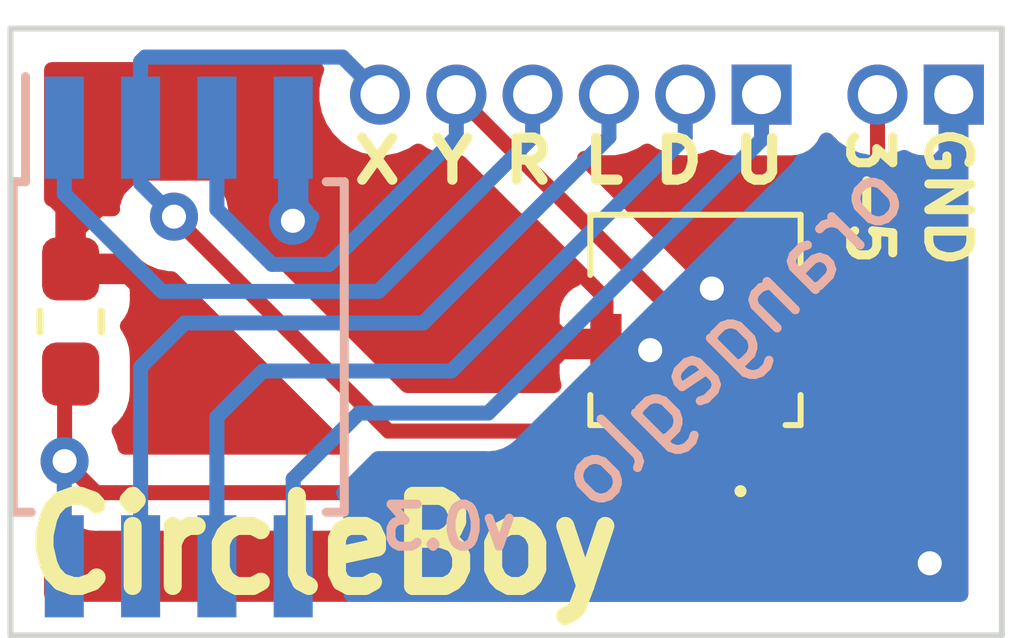
<source format=kicad_pcb>
(kicad_pcb (version 20171130) (host pcbnew "(5.1.5-0-10_14)")

  (general
    (thickness 1.6)
    (drawings 11)
    (tracks 80)
    (zones 0)
    (modules 5)
    (nets 9)
  )

  (page A4)
  (layers
    (0 F.Cu signal)
    (31 B.Cu signal)
    (32 B.Adhes user)
    (33 F.Adhes user)
    (34 B.Paste user)
    (35 F.Paste user)
    (36 B.SilkS user)
    (37 F.SilkS user)
    (38 B.Mask user)
    (39 F.Mask user)
    (40 Dwgs.User user hide)
    (41 Cmts.User user hide)
    (42 Eco1.User user hide)
    (43 Eco2.User user hide)
    (44 Edge.Cuts user)
    (45 Margin user hide)
    (46 B.CrtYd user hide)
    (47 F.CrtYd user hide)
    (48 B.Fab user hide)
    (49 F.Fab user hide)
  )

  (setup
    (last_trace_width 0.25)
    (trace_clearance 0.2)
    (zone_clearance 0.508)
    (zone_45_only no)
    (trace_min 0.2)
    (via_size 0.8)
    (via_drill 0.4)
    (via_min_size 0.4)
    (via_min_drill 0.3)
    (uvia_size 0.3)
    (uvia_drill 0.1)
    (uvias_allowed no)
    (uvia_min_size 0.2)
    (uvia_min_drill 0.1)
    (edge_width 0.05)
    (segment_width 0.2)
    (pcb_text_width 0.3)
    (pcb_text_size 1.5 1.5)
    (mod_edge_width 0.12)
    (mod_text_size 1 1)
    (mod_text_width 0.15)
    (pad_size 1.524 1.524)
    (pad_drill 0.762)
    (pad_to_mask_clearance 0.051)
    (solder_mask_min_width 0.25)
    (aux_axis_origin 0 0)
    (visible_elements FFFFFF7F)
    (pcbplotparams
      (layerselection 0x010fc_ffffffff)
      (usegerberextensions false)
      (usegerberattributes false)
      (usegerberadvancedattributes false)
      (creategerberjobfile false)
      (excludeedgelayer true)
      (linewidth 0.100000)
      (plotframeref false)
      (viasonmask false)
      (mode 1)
      (useauxorigin false)
      (hpglpennumber 1)
      (hpglpenspeed 20)
      (hpglpendiameter 15.000000)
      (psnegative false)
      (psa4output false)
      (plotreference true)
      (plotvalue true)
      (plotinvisibletext false)
      (padsonsilk false)
      (subtractmaskfromsilk false)
      (outputformat 1)
      (mirror false)
      (drillshape 1)
      (scaleselection 1)
      (outputdirectory ""))
  )

  (net 0 "")
  (net 1 VCC)
  (net 2 GND)
  (net 3 "Net-(J2-Pad1)")
  (net 4 "Net-(J2-Pad2)")
  (net 5 "Net-(J2-Pad3)")
  (net 6 "Net-(J2-Pad4)")
  (net 7 "Net-(J2-Pad5)")
  (net 8 "Net-(J2-Pad6)")

  (net_class Default "This is the default net class."
    (clearance 0.2)
    (trace_width 0.25)
    (via_dia 0.8)
    (via_drill 0.4)
    (uvia_dia 0.3)
    (uvia_drill 0.1)
    (add_net GND)
    (add_net "Net-(J2-Pad1)")
    (add_net "Net-(J2-Pad2)")
    (add_net "Net-(J2-Pad3)")
    (add_net "Net-(J2-Pad4)")
    (add_net "Net-(J2-Pad5)")
    (add_net "Net-(J2-Pad6)")
    (add_net VCC)
  )

  (module Connector_PinHeader_1.27mm:PinHeader_1x02_P1.27mm_Vertical (layer F.Cu) (tedit 5EF2AE5D) (tstamp 5EF30471)
    (at 142.3 58.1 270)
    (descr "Through hole straight pin header, 1x02, 1.27mm pitch, single row")
    (tags "Through hole pin header THT 1x02 1.27mm single row")
    (path /5E26CBAB)
    (fp_text reference J1 (at 0 -1.695 90) (layer F.SilkS) hide
      (effects (font (size 1 1) (thickness 0.15)))
    )
    (fp_text value power (at 0 2.965 90) (layer F.Fab)
      (effects (font (size 1 1) (thickness 0.15)))
    )
    (fp_text user %R (at 0 0.635 180) (layer F.Fab)
      (effects (font (size 1 1) (thickness 0.15)))
    )
    (fp_line (start 1.55 -1.15) (end -1.55 -1.15) (layer F.CrtYd) (width 0.05))
    (fp_line (start 1.55 2.45) (end 1.55 -1.15) (layer F.CrtYd) (width 0.05))
    (fp_line (start -1.55 2.45) (end 1.55 2.45) (layer F.CrtYd) (width 0.05))
    (fp_line (start -1.55 -1.15) (end -1.55 2.45) (layer F.CrtYd) (width 0.05))
    (fp_line (start -1.05 -0.11) (end -0.525 -0.635) (layer F.Fab) (width 0.1))
    (fp_line (start -1.05 1.905) (end -1.05 -0.11) (layer F.Fab) (width 0.1))
    (fp_line (start 1.05 1.905) (end -1.05 1.905) (layer F.Fab) (width 0.1))
    (fp_line (start 1.05 -0.635) (end 1.05 1.905) (layer F.Fab) (width 0.1))
    (fp_line (start -0.525 -0.635) (end 1.05 -0.635) (layer F.Fab) (width 0.1))
    (pad 2 thru_hole oval (at 0 1.27 270) (size 1 1) (drill 0.65) (layers *.Cu *.Mask)
      (net 1 VCC))
    (pad 1 thru_hole rect (at 0 0) (size 1 1) (drill 0.65) (layers *.Cu *.Mask)
      (net 2 GND))
  )

  (module Connector_PinHeader_1.27mm:PinHeader_1x06_P1.27mm_Vertical (layer F.Cu) (tedit 5EF2AE44) (tstamp 5EF3048D)
    (at 139.1 58.1 270)
    (descr "Through hole straight pin header, 1x06, 1.27mm pitch, single row")
    (tags "Through hole pin header THT 1x06 1.27mm single row")
    (path /5E289833)
    (fp_text reference J2 (at 0 -1.695 270) (layer F.SilkS) hide
      (effects (font (size 1 1) (thickness 0.15)))
    )
    (fp_text value pins (at 0 8.045 270) (layer F.Fab)
      (effects (font (size 1 1) (thickness 0.15)))
    )
    (fp_text user %R (at 0 3.175) (layer F.Fab)
      (effects (font (size 1 1) (thickness 0.15)))
    )
    (fp_line (start 1.55 -1.15) (end -1.55 -1.15) (layer F.CrtYd) (width 0.05))
    (fp_line (start 1.55 7.5) (end 1.55 -1.15) (layer F.CrtYd) (width 0.05))
    (fp_line (start -1.55 7.5) (end 1.55 7.5) (layer F.CrtYd) (width 0.05))
    (fp_line (start -1.55 -1.15) (end -1.55 7.5) (layer F.CrtYd) (width 0.05))
    (fp_line (start -1.05 -0.11) (end -0.525 -0.635) (layer F.Fab) (width 0.1))
    (fp_line (start -1.05 6.985) (end -1.05 -0.11) (layer F.Fab) (width 0.1))
    (fp_line (start 1.05 6.985) (end -1.05 6.985) (layer F.Fab) (width 0.1))
    (fp_line (start 1.05 -0.635) (end 1.05 6.985) (layer F.Fab) (width 0.1))
    (fp_line (start -0.525 -0.635) (end 1.05 -0.635) (layer F.Fab) (width 0.1))
    (pad 6 thru_hole oval (at 0 6.35 270) (size 1 1) (drill 0.65) (layers *.Cu *.Mask)
      (net 8 "Net-(J2-Pad6)"))
    (pad 5 thru_hole oval (at 0 5.08 270) (size 1 1) (drill 0.65) (layers *.Cu *.Mask)
      (net 7 "Net-(J2-Pad5)"))
    (pad 4 thru_hole oval (at 0 3.81 270) (size 1 1) (drill 0.65) (layers *.Cu *.Mask)
      (net 6 "Net-(J2-Pad4)"))
    (pad 3 thru_hole oval (at 0 2.54 270) (size 1 1) (drill 0.65) (layers *.Cu *.Mask)
      (net 5 "Net-(J2-Pad3)"))
    (pad 2 thru_hole oval (at 0 1.27 270) (size 1 1) (drill 0.65) (layers *.Cu *.Mask)
      (net 4 "Net-(J2-Pad2)"))
    (pad 1 thru_hole rect (at 0 0 270) (size 1 1) (drill 0.65) (layers *.Cu *.Mask)
      (net 3 "Net-(J2-Pad1)"))
  )

  (module Capacitor_SMD:C_0603_1608Metric_Pad1.05x0.95mm_HandSolder (layer F.Cu) (tedit 5B301BBE) (tstamp 5EF30459)
    (at 127.6 61.875 90)
    (descr "Capacitor SMD 0603 (1608 Metric), square (rectangular) end terminal, IPC_7351 nominal with elongated pad for handsoldering. (Body size source: http://www.tortai-tech.com/upload/download/2011102023233369053.pdf), generated with kicad-footprint-generator")
    (tags "capacitor handsolder")
    (path /5E266C82)
    (attr smd)
    (fp_text reference C1 (at 0 -1.43 90) (layer F.SilkS) hide
      (effects (font (size 1 1) (thickness 0.15)))
    )
    (fp_text value "0.1 uF" (at 0 1.43 90) (layer F.Fab)
      (effects (font (size 1 1) (thickness 0.15)))
    )
    (fp_text user %R (at 0 0 90) (layer F.Fab)
      (effects (font (size 0.4 0.4) (thickness 0.06)))
    )
    (fp_line (start 1.65 0.73) (end -1.65 0.73) (layer F.CrtYd) (width 0.05))
    (fp_line (start 1.65 -0.73) (end 1.65 0.73) (layer F.CrtYd) (width 0.05))
    (fp_line (start -1.65 -0.73) (end 1.65 -0.73) (layer F.CrtYd) (width 0.05))
    (fp_line (start -1.65 0.73) (end -1.65 -0.73) (layer F.CrtYd) (width 0.05))
    (fp_line (start -0.171267 0.51) (end 0.171267 0.51) (layer F.SilkS) (width 0.12))
    (fp_line (start -0.171267 -0.51) (end 0.171267 -0.51) (layer F.SilkS) (width 0.12))
    (fp_line (start 0.8 0.4) (end -0.8 0.4) (layer F.Fab) (width 0.1))
    (fp_line (start 0.8 -0.4) (end 0.8 0.4) (layer F.Fab) (width 0.1))
    (fp_line (start -0.8 -0.4) (end 0.8 -0.4) (layer F.Fab) (width 0.1))
    (fp_line (start -0.8 0.4) (end -0.8 -0.4) (layer F.Fab) (width 0.1))
    (pad 2 smd roundrect (at 0.875 0 90) (size 1.05 0.95) (layers F.Cu F.Paste F.Mask) (roundrect_rratio 0.25)
      (net 2 GND))
    (pad 1 smd roundrect (at -0.875 0 90) (size 1.05 0.95) (layers F.Cu F.Paste F.Mask) (roundrect_rratio 0.25)
      (net 1 VCC))
    (model ${KISYS3DMOD}/Capacitor_SMD.3dshapes/C_0603_1608Metric.wrl
      (at (xyz 0 0 0))
      (scale (xyz 1 1 1))
      (rotate (xyz 0 0 0))
    )
  )

  (module FPC4-59453-041110EDHLF:59453041110EDHLF (layer F.Cu) (tedit 5E35FAD9) (tstamp 5EF304AA)
    (at 138 63.6 180)
    (descr 59453-041110EDHLF-2)
    (tags Connector)
    (path /5E3702BC)
    (attr smd)
    (fp_text reference J3 (at 0 1.175) (layer F.SilkS) hide
      (effects (font (size 1.27 1.27) (thickness 0.254)))
    )
    (fp_text value 59453-041110EDHLF (at 0 1.175) (layer F.SilkS) hide
      (effects (font (size 1.27 1.27) (thickness 0.254)))
    )
    (fp_arc (start -0.75 -1.1) (end -0.7 -1.1) (angle 180) (layer F.SilkS) (width 0.1))
    (fp_arc (start -0.75 -1.1) (end -0.8 -1.1) (angle 180) (layer F.SilkS) (width 0.1))
    (fp_line (start -0.7 -1.1) (end -0.7 -1.1) (layer F.SilkS) (width 0.1))
    (fp_line (start -0.8 -1.1) (end -0.8 -1.1) (layer F.SilkS) (width 0.1))
    (fp_line (start 1.75 0) (end 1.75 0.5) (layer F.SilkS) (width 0.1))
    (fp_line (start 1.49 0) (end 1.75 0) (layer F.SilkS) (width 0.1))
    (fp_line (start -1.75 0) (end -1.75 0.5) (layer F.SilkS) (width 0.1))
    (fp_line (start -1.5 0) (end -1.75 0) (layer F.SilkS) (width 0.1))
    (fp_line (start 1.75 3.5) (end 1.75 2.5) (layer F.SilkS) (width 0.1))
    (fp_line (start -1.75 3.5) (end 1.75 3.5) (layer F.SilkS) (width 0.1))
    (fp_line (start -1.75 2.5) (end -1.75 3.5) (layer F.SilkS) (width 0.1))
    (fp_line (start -2.75 4.5) (end -2.75 -2.15) (layer Dwgs.User) (width 0.1))
    (fp_line (start 2.75 4.5) (end -2.75 4.5) (layer Dwgs.User) (width 0.1))
    (fp_line (start 2.75 -2.15) (end 2.75 4.5) (layer Dwgs.User) (width 0.1))
    (fp_line (start -2.75 -2.15) (end 2.75 -2.15) (layer Dwgs.User) (width 0.1))
    (fp_line (start -1.75 3.5) (end -1.75 0) (layer Dwgs.User) (width 0.2))
    (fp_line (start 1.75 3.5) (end -1.75 3.5) (layer Dwgs.User) (width 0.2))
    (fp_line (start 1.75 0) (end 1.75 3.5) (layer Dwgs.User) (width 0.2))
    (fp_line (start -1.75 0) (end 1.75 0) (layer Dwgs.User) (width 0.2))
    (pad MP2 smd rect (at 1.49 1.35 180) (size 0.52 1) (layers F.Cu F.Paste F.Mask)
      (net 2 GND))
    (pad MP1 smd rect (at -1.49 1.35 180) (size 0.52 1) (layers F.Cu F.Paste F.Mask)
      (net 2 GND))
    (pad 4 smd rect (at 0.75 -0.1 180) (size 0.3 1.4) (layers F.Cu F.Paste F.Mask)
      (net 8 "Net-(J2-Pad6)"))
    (pad 3 smd rect (at 0.25 -0.1 180) (size 0.3 1.4) (layers F.Cu F.Paste F.Mask)
      (net 1 VCC))
    (pad 2 smd rect (at -0.25 -0.1 180) (size 0.3 1.4) (layers F.Cu F.Paste F.Mask)
      (net 7 "Net-(J2-Pad5)"))
    (pad 1 smd rect (at -0.75 -0.1 180) (size 0.3 1.4) (layers F.Cu F.Paste F.Mask)
      (net 2 GND))
  )

  (module Package_SO:SOIJ-8_5.3x5.3mm_P1.27mm (layer B.Cu) (tedit 5A02F2D3) (tstamp 5EF304C7)
    (at 129.4 62.3 270)
    (descr "8-Lead Plastic Small Outline (SM) - Medium, 5.28 mm Body [SOIC] (see Microchip Packaging Specification 00000049BS.pdf)")
    (tags "SOIC 1.27")
    (path /5E260C77)
    (attr smd)
    (fp_text reference U1 (at 0 3.68 270) (layer B.SilkS) hide
      (effects (font (size 1 1) (thickness 0.15)) (justify mirror))
    )
    (fp_text value ATtiny85-20SU (at 0 -3.68 270) (layer B.Fab)
      (effects (font (size 1 1) (thickness 0.15)) (justify mirror))
    )
    (fp_line (start -2.75 2.55) (end -4.5 2.55) (layer B.SilkS) (width 0.15))
    (fp_line (start -2.75 -2.755) (end 2.75 -2.755) (layer B.SilkS) (width 0.15))
    (fp_line (start -2.75 2.755) (end 2.75 2.755) (layer B.SilkS) (width 0.15))
    (fp_line (start -2.75 -2.755) (end -2.75 -2.455) (layer B.SilkS) (width 0.15))
    (fp_line (start 2.75 -2.755) (end 2.75 -2.455) (layer B.SilkS) (width 0.15))
    (fp_line (start 2.75 2.755) (end 2.75 2.455) (layer B.SilkS) (width 0.15))
    (fp_line (start -2.75 2.755) (end -2.75 2.55) (layer B.SilkS) (width 0.15))
    (fp_line (start -4.75 -2.95) (end 4.75 -2.95) (layer B.CrtYd) (width 0.05))
    (fp_line (start -4.75 2.95) (end 4.75 2.95) (layer B.CrtYd) (width 0.05))
    (fp_line (start 4.75 2.95) (end 4.75 -2.95) (layer B.CrtYd) (width 0.05))
    (fp_line (start -4.75 2.95) (end -4.75 -2.95) (layer B.CrtYd) (width 0.05))
    (fp_line (start -2.65 1.65) (end -1.65 2.65) (layer B.Fab) (width 0.15))
    (fp_line (start -2.65 -2.65) (end -2.65 1.65) (layer B.Fab) (width 0.15))
    (fp_line (start 2.65 -2.65) (end -2.65 -2.65) (layer B.Fab) (width 0.15))
    (fp_line (start 2.65 2.65) (end 2.65 -2.65) (layer B.Fab) (width 0.15))
    (fp_line (start -1.65 2.65) (end 2.65 2.65) (layer B.Fab) (width 0.15))
    (fp_text user %R (at 0 0 270) (layer B.Fab)
      (effects (font (size 1 1) (thickness 0.15)) (justify mirror))
    )
    (pad 8 smd rect (at 3.65 1.905 270) (size 1.7 0.65) (layers B.Cu B.Paste B.Mask)
      (net 1 VCC))
    (pad 7 smd rect (at 3.65 0.635 270) (size 1.7 0.65) (layers B.Cu B.Paste B.Mask)
      (net 5 "Net-(J2-Pad3)"))
    (pad 6 smd rect (at 3.65 -0.635 270) (size 1.7 0.65) (layers B.Cu B.Paste B.Mask)
      (net 4 "Net-(J2-Pad2)"))
    (pad 5 smd rect (at 3.65 -1.905 270) (size 1.7 0.65) (layers B.Cu B.Paste B.Mask)
      (net 3 "Net-(J2-Pad1)"))
    (pad 4 smd rect (at -3.65 -1.905 270) (size 1.7 0.65) (layers B.Cu B.Paste B.Mask)
      (net 2 GND))
    (pad 3 smd rect (at -3.65 -0.635 270) (size 1.7 0.65) (layers B.Cu B.Paste B.Mask)
      (net 7 "Net-(J2-Pad5)"))
    (pad 2 smd rect (at -3.65 0.635 270) (size 1.7 0.65) (layers B.Cu B.Paste B.Mask)
      (net 8 "Net-(J2-Pad6)"))
    (pad 1 smd rect (at -3.65 1.905 270) (size 1.7 0.65) (layers B.Cu B.Paste B.Mask)
      (net 6 "Net-(J2-Pad4)"))
    (model ${KISYS3DMOD}/Package_SO.3dshapes/SOIJ-8_5.3x5.3mm_P1.27mm.wrl
      (at (xyz 0 0 0))
      (scale (xyz 1 1 1))
      (rotate (xyz 0 0 0))
    )
  )

  (gr_line (start 143.1 57) (end 143.1 67.1) (layer Edge.Cuts) (width 0.1))
  (gr_line (start 126.6 57) (end 143.1 57) (layer Edge.Cuts) (width 0.1))
  (gr_line (start 126.6 67.1) (end 126.6 57) (layer Edge.Cuts) (width 0.1))
  (gr_line (start 143.1 67.1) (end 126.6 67.1) (layer Edge.Cuts) (width 0.1))
  (dimension 0.141421 (width 0.15) (layer Dwgs.User)
    (gr_text "0.141 mm" (at 144.919239 58.619239 45) (layer Dwgs.User)
      (effects (font (size 1 1) (thickness 0.15)))
    )
    (feature1 (pts (xy 143.6 57.2) (xy 144.464662 58.064662)))
    (feature2 (pts (xy 143.5 57.3) (xy 144.364662 58.164662)))
    (crossbar (pts (xy 143.95 57.75) (xy 144.05 57.65)))
    (arrow1a (pts (xy 144.05 57.65) (xy 143.668104 58.861221)))
    (arrow1b (pts (xy 144.05 57.65) (xy 142.838779 58.031896)))
    (arrow2a (pts (xy 143.95 57.75) (xy 145.161221 57.368104)))
    (arrow2b (pts (xy 143.95 57.75) (xy 144.331896 56.538779)))
  )
  (gr_text "X Y R L D U" (at 135.9 59.2) (layer F.SilkS) (tstamp 5EF2FFC8)
    (effects (font (size 0.7 0.75) (thickness 0.17)))
  )
  (gr_text GND (at 142.2 59.8 270) (layer F.SilkS)
    (effects (font (size 0.7 0.75) (thickness 0.15)))
  )
  (gr_text v0.3 (at 133.9 65.3) (layer B.SilkS) (tstamp 5EF32238)
    (effects (font (size 0.7 0.7) (thickness 0.15)) (justify mirror))
  )
  (gr_text orangeglo (at 138.6 62.1 45) (layer B.SilkS) (tstamp 5EF32233)
    (effects (font (size 1 1) (thickness 0.15)) (justify mirror))
  )
  (gr_text CircleBoy (at 131.8 65.6) (layer F.SilkS)
    (effects (font (size 1.5 1.4) (thickness 0.3)))
  )
  (gr_text 3-5 (at 140.9 59.8 270) (layer F.SilkS)
    (effects (font (size 0.7 0.7) (thickness 0.15)))
  )

  (segment (start 127.495 65.95) (end 127.495 64.505) (width 0.25) (layer B.Cu) (net 1))
  (via (at 127.5 64.2) (size 0.8) (drill 0.4) (layers F.Cu B.Cu) (net 1))
  (segment (start 127.5 64.5) (end 127.5 64.2) (width 0.25) (layer B.Cu) (net 1))
  (segment (start 127.495 64.505) (end 127.5 64.5) (width 0.25) (layer B.Cu) (net 1))
  (segment (start 127.5 62.85) (end 127.6 62.75) (width 0.25) (layer F.Cu) (net 1))
  (segment (start 127.5 64.2) (end 127.5 62.85) (width 0.25) (layer F.Cu) (net 1))
  (segment (start 127.899999 64.599999) (end 127.5 64.2) (width 0.25) (layer F.Cu) (net 1))
  (segment (start 137.660001 64.725001) (end 128.025001 64.725001) (width 0.25) (layer F.Cu) (net 1))
  (segment (start 137.75 64.635002) (end 137.660001 64.725001) (width 0.25) (layer F.Cu) (net 1))
  (segment (start 128.025001 64.725001) (end 127.899999 64.599999) (width 0.25) (layer F.Cu) (net 1))
  (segment (start 139.160001 64.725001) (end 141.03 62.855002) (width 0.25) (layer F.Cu) (net 1))
  (segment (start 141.03 62.855002) (end 141.03 59.207106) (width 0.25) (layer F.Cu) (net 1))
  (segment (start 137.839999 64.725001) (end 139.160001 64.725001) (width 0.25) (layer F.Cu) (net 1))
  (segment (start 141.03 59.207106) (end 141.03 58.5) (width 0.25) (layer F.Cu) (net 1))
  (segment (start 137.75 64.635002) (end 137.839999 64.725001) (width 0.25) (layer F.Cu) (net 1))
  (segment (start 137.75 63.7) (end 137.75 64.635002) (width 0.25) (layer F.Cu) (net 1))
  (via (at 131.3 60.2) (size 0.8) (drill 0.4) (layers F.Cu B.Cu) (net 2))
  (segment (start 131.305 60.195) (end 131.3 60.2) (width 0.25) (layer B.Cu) (net 2))
  (segment (start 131.305 58.65) (end 131.305 60.195) (width 0.25) (layer B.Cu) (net 2))
  (segment (start 130.900001 59.800001) (end 131.3 60.2) (width 0.25) (layer F.Cu) (net 2))
  (segment (start 130.505868 59.405868) (end 130.900001 59.800001) (width 0.25) (layer F.Cu) (net 2))
  (segment (start 127.6 60.475) (end 128.669132 59.405868) (width 0.25) (layer F.Cu) (net 2))
  (segment (start 127.6 61) (end 127.6 60.475) (width 0.25) (layer F.Cu) (net 2))
  (segment (start 136.51 61.5) (end 136.51 62.25) (width 0.25) (layer F.Cu) (net 2))
  (segment (start 135.21 60.2) (end 136.51 61.5) (width 0.25) (layer F.Cu) (net 2))
  (segment (start 131.3 60.2) (end 135.21 60.2) (width 0.25) (layer F.Cu) (net 2))
  (segment (start 139.49 62.96) (end 138.75 63.7) (width 0.25) (layer F.Cu) (net 2))
  (segment (start 139.49 62.25) (end 139.49 62.96) (width 0.25) (layer F.Cu) (net 2))
  (via (at 137.247347 62.352653) (size 0.8) (drill 0.4) (layers F.Cu B.Cu) (net 2))
  (segment (start 137.144694 62.25) (end 137.247347 62.352653) (width 0.25) (layer F.Cu) (net 2))
  (segment (start 136.51 62.25) (end 137.144694 62.25) (width 0.25) (layer F.Cu) (net 2))
  (via (at 138.272653 61.327347) (size 0.8) (drill 0.4) (layers F.Cu B.Cu) (net 2))
  (segment (start 139.195306 62.25) (end 138.272653 61.327347) (width 0.25) (layer F.Cu) (net 2))
  (segment (start 139.49 62.25) (end 139.195306 62.25) (width 0.25) (layer F.Cu) (net 2))
  (segment (start 129.494132 59.405868) (end 129.105868 59.405868) (width 0.25) (layer F.Cu) (net 2))
  (segment (start 128.669132 59.405868) (end 129.494132 59.405868) (width 0.25) (layer F.Cu) (net 2))
  (segment (start 129.494132 59.405868) (end 130.505868 59.405868) (width 0.25) (layer F.Cu) (net 2))
  (segment (start 129.105868 59.405868) (end 129.211736 59.3) (width 0.25) (layer F.Cu) (net 2))
  (segment (start 129.7 59.3) (end 129.211736 59.3) (width 0.25) (layer F.Cu) (net 2))
  (segment (start 129.105868 59.405868) (end 129.105868 59.205868) (width 0.25) (layer F.Cu) (net 2))
  (segment (start 127.6 60.475) (end 128.075 60) (width 0.25) (layer F.Cu) (net 2))
  (segment (start 128.075 60) (end 128.3 60) (width 0.25) (layer F.Cu) (net 2))
  (via (at 141.9 65.9) (size 0.8) (drill 0.4) (layers F.Cu B.Cu) (net 2))
  (segment (start 139.1 58.85) (end 134.55 63.4) (width 0.25) (layer B.Cu) (net 3))
  (segment (start 139.1 58.1) (end 139.1 58.85) (width 0.25) (layer B.Cu) (net 3))
  (segment (start 134.55 63.4) (end 132.4 63.4) (width 0.25) (layer B.Cu) (net 3))
  (segment (start 131.305 64.495) (end 131.305 65.95) (width 0.25) (layer B.Cu) (net 3))
  (segment (start 132.4 63.4) (end 131.305 64.495) (width 0.25) (layer B.Cu) (net 3))
  (segment (start 130.035 63.465) (end 130.035 65.95) (width 0.25) (layer B.Cu) (net 4))
  (segment (start 133.937106 62.7) (end 130.8 62.7) (width 0.25) (layer B.Cu) (net 4))
  (segment (start 130.8 62.7) (end 130.035 63.465) (width 0.25) (layer B.Cu) (net 4))
  (segment (start 137.83 58.807106) (end 133.937106 62.7) (width 0.25) (layer B.Cu) (net 4))
  (segment (start 137.83 58.1) (end 137.83 58.807106) (width 0.25) (layer B.Cu) (net 4))
  (segment (start 136.56 58.807106) (end 133.467106 61.9) (width 0.25) (layer B.Cu) (net 5))
  (segment (start 136.56 58.1) (end 136.56 58.807106) (width 0.25) (layer B.Cu) (net 5))
  (segment (start 133.467106 61.9) (end 129.5 61.9) (width 0.25) (layer B.Cu) (net 5))
  (segment (start 128.765 62.635) (end 128.765 65.95) (width 0.25) (layer B.Cu) (net 5))
  (segment (start 129.5 61.9) (end 128.765 62.635) (width 0.25) (layer B.Cu) (net 5))
  (segment (start 135.29 58.807106) (end 135.29 58.1) (width 0.25) (layer B.Cu) (net 6))
  (segment (start 132.722095 61.375011) (end 135.29 58.807106) (width 0.25) (layer B.Cu) (net 6))
  (segment (start 129.120011 61.375011) (end 132.722095 61.375011) (width 0.25) (layer B.Cu) (net 6))
  (segment (start 127.495 59.75) (end 129.120011 61.375011) (width 0.25) (layer B.Cu) (net 6))
  (segment (start 127.495 58.65) (end 127.495 59.75) (width 0.25) (layer B.Cu) (net 6))
  (segment (start 134.02 58.807106) (end 134.02 58.1) (width 0.25) (layer B.Cu) (net 7))
  (segment (start 131.902105 60.925001) (end 134.02 58.807106) (width 0.25) (layer B.Cu) (net 7))
  (segment (start 130.951999 60.925001) (end 131.902105 60.925001) (width 0.25) (layer B.Cu) (net 7))
  (segment (start 130.035 60.008002) (end 130.951999 60.925001) (width 0.25) (layer B.Cu) (net 7))
  (segment (start 130.035 58.65) (end 130.035 60.008002) (width 0.25) (layer B.Cu) (net 7))
  (segment (start 138.25 62.33) (end 134.02 58.1) (width 0.25) (layer F.Cu) (net 7))
  (segment (start 138.25 63.7) (end 138.25 62.33) (width 0.25) (layer F.Cu) (net 7))
  (segment (start 132.250001 57.600001) (end 132.75 58.1) (width 0.25) (layer B.Cu) (net 8))
  (segment (start 132.124999 57.474999) (end 132.250001 57.600001) (width 0.25) (layer B.Cu) (net 8))
  (segment (start 128.840001 57.474999) (end 132.124999 57.474999) (width 0.25) (layer B.Cu) (net 8))
  (segment (start 128.765 57.55) (end 128.840001 57.474999) (width 0.25) (layer B.Cu) (net 8))
  (segment (start 128.765 58.65) (end 128.765 57.55) (width 0.25) (layer B.Cu) (net 8))
  (segment (start 128.765 59.575383) (end 129.320486 60.130869) (width 0.25) (layer B.Cu) (net 8))
  (via (at 129.320486 60.130869) (size 0.8) (drill 0.4) (layers F.Cu B.Cu) (net 8))
  (segment (start 128.765 58.65) (end 128.765 59.575383) (width 0.25) (layer B.Cu) (net 8))
  (segment (start 132.889617 63.7) (end 137.25 63.7) (width 0.25) (layer F.Cu) (net 8))
  (segment (start 129.320486 60.130869) (end 132.889617 63.7) (width 0.25) (layer F.Cu) (net 8))

  (zone (net 2) (net_name GND) (layer B.Cu) (tstamp 0) (hatch edge 0.508)
    (connect_pads (clearance 0.508))
    (min_thickness 0.254)
    (fill yes (arc_segments 32) (thermal_gap 0.508) (thermal_bridge_width 0.508))
    (polygon
      (pts
        (xy 143.1 67.1) (xy 126.6 67.1) (xy 126.6 57) (xy 143.1 57)
      )
    )
    (filled_polygon
      (pts
        (xy 142.415001 66.415) (xy 132.268072 66.415) (xy 132.268072 65.1) (xy 132.255812 64.975518) (xy 132.219502 64.85582)
        (xy 132.160537 64.745506) (xy 132.146455 64.728347) (xy 132.714802 64.16) (xy 134.512678 64.16) (xy 134.55 64.163676)
        (xy 134.587322 64.16) (xy 134.587333 64.16) (xy 134.698986 64.149003) (xy 134.842247 64.105546) (xy 134.974276 64.034974)
        (xy 135.090001 63.940001) (xy 135.113804 63.910997) (xy 139.611003 59.413799) (xy 139.640001 59.390001) (xy 139.734974 59.274276)
        (xy 139.767923 59.212634) (xy 139.84418 59.189502) (xy 139.954494 59.130537) (xy 140.051185 59.051185) (xy 140.130537 58.954494)
        (xy 140.182377 58.857509) (xy 140.30648 58.981612) (xy 140.492376 59.105824) (xy 140.698933 59.191383) (xy 140.918212 59.235)
        (xy 141.141788 59.235) (xy 141.361067 59.191383) (xy 141.472774 59.145112) (xy 141.55582 59.189502) (xy 141.675518 59.225812)
        (xy 141.8 59.238072) (xy 142.01425 59.235) (xy 142.173 59.07625) (xy 142.173 58.227) (xy 142.161974 58.227)
        (xy 142.165 58.211788) (xy 142.165 57.988212) (xy 142.161974 57.973) (xy 142.173 57.973) (xy 142.173 57.953)
        (xy 142.415 57.953)
      )
    )
    (filled_polygon
      (pts
        (xy 131.432 58.523) (xy 131.452 58.523) (xy 131.452 58.777) (xy 131.432 58.777) (xy 131.432 59.97625)
        (xy 131.59075 60.135) (xy 131.615377 60.136928) (xy 131.587304 60.165001) (xy 131.266801 60.165001) (xy 131.128025 60.026225)
        (xy 131.178 59.97625) (xy 131.178 58.777) (xy 131.158 58.777) (xy 131.158 58.523) (xy 131.178 58.523)
        (xy 131.178 58.503) (xy 131.432 58.503)
      )
    )
  )
  (zone (net 2) (net_name GND) (layer F.Cu) (tstamp 0) (hatch edge 0.508)
    (connect_pads (clearance 0.508))
    (min_thickness 0.254)
    (fill yes (arc_segments 32) (thermal_gap 0.508) (thermal_bridge_width 0.508))
    (polygon
      (pts
        (xy 143.1 67.1) (xy 126.6 67.1) (xy 126.6 57) (xy 143.1 57)
      )
    )
    (filled_polygon
      (pts
        (xy 142.415001 66.415) (xy 127.285 66.415) (xy 127.285 65.212511) (xy 127.398061 65.235) (xy 127.460199 65.235)
        (xy 127.461197 65.235998) (xy 127.485 65.265002) (xy 127.600725 65.359975) (xy 127.732754 65.430547) (xy 127.876015 65.474004)
        (xy 127.987668 65.485001) (xy 128.025001 65.488678) (xy 128.062334 65.485001) (xy 137.622679 65.485001) (xy 137.660001 65.488677)
        (xy 137.697323 65.485001) (xy 137.697334 65.485001) (xy 137.75 65.479814) (xy 137.802666 65.485001) (xy 137.802677 65.485001)
        (xy 137.839999 65.488677) (xy 137.877322 65.485001) (xy 139.122679 65.485001) (xy 139.160001 65.488677) (xy 139.197323 65.485001)
        (xy 139.197334 65.485001) (xy 139.308987 65.474004) (xy 139.452248 65.430547) (xy 139.584277 65.359975) (xy 139.700002 65.265002)
        (xy 139.723805 65.235998) (xy 141.541004 63.4188) (xy 141.570001 63.395003) (xy 141.662088 63.282795) (xy 141.664974 63.279279)
        (xy 141.735546 63.147249) (xy 141.756248 63.079002) (xy 141.779003 63.003988) (xy 141.79 62.892335) (xy 141.79 62.892325)
        (xy 141.793676 62.855002) (xy 141.79 62.817679) (xy 141.79 59.237087) (xy 141.8 59.238072) (xy 142.01425 59.235)
        (xy 142.173 59.07625) (xy 142.173 58.227) (xy 142.161974 58.227) (xy 142.165 58.211788) (xy 142.165 57.988212)
        (xy 142.161974 57.973) (xy 142.173 57.973) (xy 142.173 57.953) (xy 142.415 57.953)
      )
    )
    (filled_polygon
      (pts
        (xy 131.658617 57.768933) (xy 131.615 57.988212) (xy 131.615 58.211788) (xy 131.658617 58.431067) (xy 131.744176 58.637624)
        (xy 131.868388 58.82352) (xy 132.02648 58.981612) (xy 132.212376 59.105824) (xy 132.418933 59.191383) (xy 132.638212 59.235)
        (xy 132.861788 59.235) (xy 133.081067 59.191383) (xy 133.287624 59.105824) (xy 133.385 59.040759) (xy 133.482376 59.105824)
        (xy 133.688933 59.191383) (xy 133.908212 59.235) (xy 134.080199 59.235) (xy 136.006448 61.161249) (xy 135.996568 61.164417)
        (xy 135.887196 61.225111) (xy 135.791766 61.305976) (xy 135.713946 61.403905) (xy 135.656726 61.515134) (xy 135.622306 61.635389)
        (xy 135.612007 61.760048) (xy 135.615 61.96425) (xy 135.77375 62.123) (xy 136.383 62.123) (xy 136.383 62.103)
        (xy 136.637 62.103) (xy 136.637 62.123) (xy 136.657 62.123) (xy 136.657 62.377) (xy 136.637 62.377)
        (xy 136.637 62.397) (xy 136.383 62.397) (xy 136.383 62.377) (xy 135.77375 62.377) (xy 135.615 62.53575)
        (xy 135.612007 62.739952) (xy 135.622306 62.864611) (xy 135.643884 62.94) (xy 133.20442 62.94) (xy 130.355486 60.091068)
        (xy 130.355486 60.02893) (xy 130.315712 59.828971) (xy 130.237691 59.640613) (xy 130.124423 59.471095) (xy 129.98026 59.326932)
        (xy 129.810742 59.213664) (xy 129.622384 59.135643) (xy 129.422425 59.095869) (xy 129.218547 59.095869) (xy 129.018588 59.135643)
        (xy 128.83023 59.213664) (xy 128.660712 59.326932) (xy 128.516549 59.471095) (xy 128.403281 59.640613) (xy 128.32526 59.828971)
        (xy 128.31431 59.884021) (xy 128.199482 59.849188) (xy 128.075 59.836928) (xy 127.88575 59.84) (xy 127.727 59.99875)
        (xy 127.727 60.873) (xy 128.55125 60.873) (xy 128.575078 60.849172) (xy 128.660712 60.934806) (xy 128.83023 61.048074)
        (xy 129.018588 61.126095) (xy 129.218547 61.165869) (xy 129.280685 61.165869) (xy 132.079815 63.965001) (xy 128.508533 63.965001)
        (xy 128.495226 63.898102) (xy 128.417205 63.709744) (xy 128.408241 63.696329) (xy 128.456623 63.656623) (xy 128.565512 63.523942)
        (xy 128.646423 63.372567) (xy 128.696248 63.208316) (xy 128.713072 63.0375) (xy 128.713072 62.4625) (xy 128.696248 62.291684)
        (xy 128.646423 62.127433) (xy 128.565512 61.976058) (xy 128.545901 61.952161) (xy 128.605537 61.879494) (xy 128.664502 61.76918)
        (xy 128.700812 61.649482) (xy 128.713072 61.525) (xy 128.71 61.28575) (xy 128.55125 61.127) (xy 127.727 61.127)
        (xy 127.727 61.147) (xy 127.473 61.147) (xy 127.473 61.127) (xy 127.453 61.127) (xy 127.453 60.873)
        (xy 127.473 60.873) (xy 127.473 59.99875) (xy 127.31425 59.84) (xy 127.285 59.839525) (xy 127.285 57.685)
        (xy 131.693383 57.685)
      )
    )
    (filled_polygon
      (pts
        (xy 140.27 58.945132) (xy 140.27 59.244438) (xy 140.270001 59.244448) (xy 140.27 61.383703) (xy 140.208234 61.305976)
        (xy 140.112804 61.225111) (xy 140.003432 61.164417) (xy 139.884321 61.126226) (xy 139.77575 61.115) (xy 139.617 61.27375)
        (xy 139.617 62.123) (xy 139.637 62.123) (xy 139.637 62.377) (xy 139.617 62.377) (xy 139.617 62.397)
        (xy 139.363 62.397) (xy 139.363 62.377) (xy 139.343 62.377) (xy 139.343 62.123) (xy 139.363 62.123)
        (xy 139.363 61.27375) (xy 139.20425 61.115) (xy 139.095679 61.126226) (xy 138.976568 61.164417) (xy 138.867196 61.225111)
        (xy 138.771766 61.305976) (xy 138.693946 61.403905) (xy 138.636726 61.515134) (xy 138.608511 61.613709) (xy 136.155956 59.161155)
        (xy 136.228933 59.191383) (xy 136.448212 59.235) (xy 136.671788 59.235) (xy 136.891067 59.191383) (xy 137.097624 59.105824)
        (xy 137.195 59.040759) (xy 137.292376 59.105824) (xy 137.498933 59.191383) (xy 137.718212 59.235) (xy 137.941788 59.235)
        (xy 138.161067 59.191383) (xy 138.272774 59.145112) (xy 138.35582 59.189502) (xy 138.475518 59.225812) (xy 138.6 59.238072)
        (xy 139.6 59.238072) (xy 139.724482 59.225812) (xy 139.84418 59.189502) (xy 139.954494 59.130537) (xy 140.051185 59.051185)
        (xy 140.130537 58.954494) (xy 140.182377 58.857509)
      )
    )
  )
)

</source>
